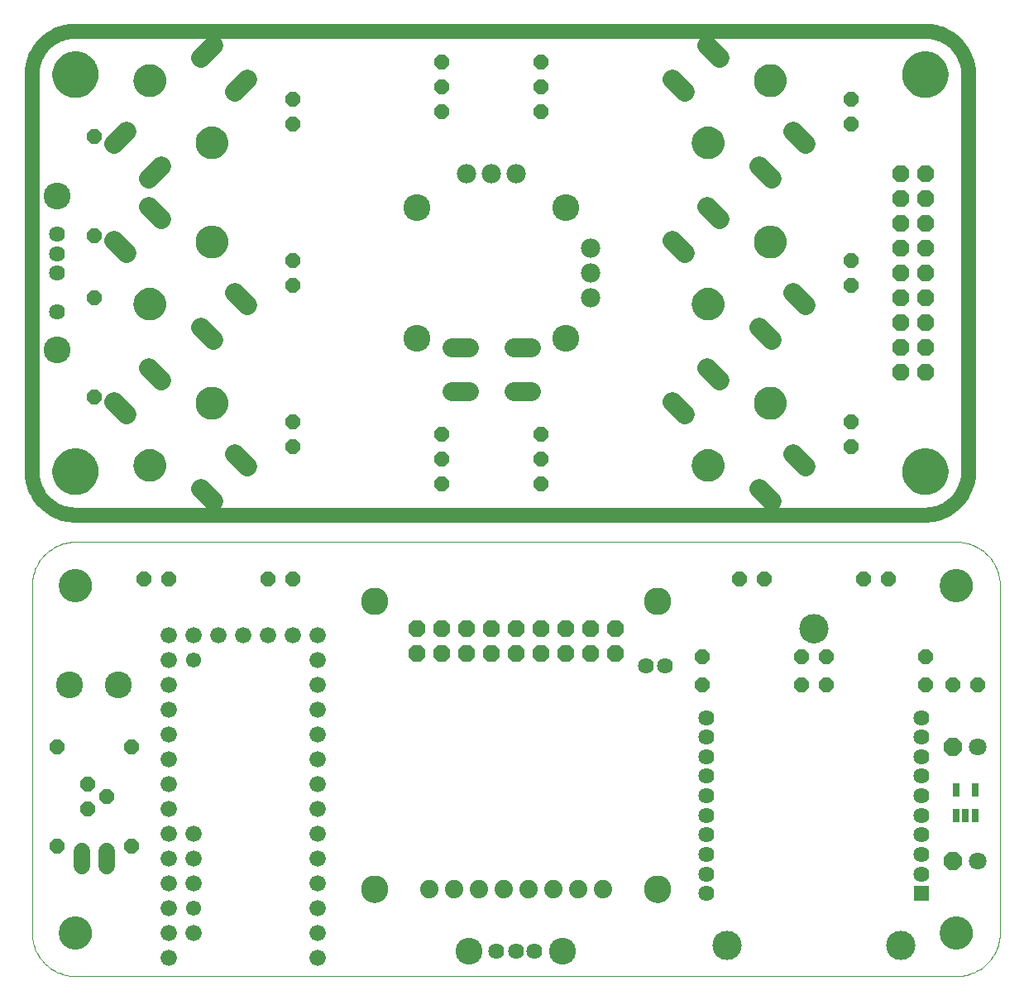
<source format=gts>
%MOIN*%
%OFA0B0*%
%FSLAX24Y24*%
%IPPOS*%
%LPD*%
%AMOC8*
5,1,8,0,0,$1,202.5*%
%AMCOMP50*
4,1,7,
0.012426381797355009,-0.02999993946640063,
-0.012426381797355017,-0.02999993946640063,
-0.02999993946640063,-0.01242638179735501,
-0.02999993946640063,0.012426381797355017,
-0.012426381797355012,0.02999993946640063,
0.012426381797355014,0.02999993946640063,
0.029999939466400626,0.012426381797355028,
0.02999993946640063,-0.012426381797355026,
0*%
%AMCOMP51*
4,1,7,
0.014704551793536759,-0.035499928368574074,
-0.014704551793536767,-0.035499928368574074,
-0.035499928368574074,-0.014704551793536762,
-0.035499928368574074,0.014704551793536766,
-0.014704551793536764,0.035499928368574074,
0.014704551793536764,0.035499928368574074,
0.035499928368574067,0.014704551793536781,
0.035499928368574074,-0.014704551793536776,
0*%
%AMCOMP52*
4,1,7,
0.014083232703669013,-0.033999931395254056,
-0.014083232703669022,-0.033999931395254056,
-0.033999931395254056,-0.014083232703669015,
-0.033999931395254056,0.01408323270366902,
-0.014083232703669018,0.033999931395254049,
0.014083232703669018,0.033999931395254056,
0.033999931395254049,0.014083232703669036,
0.033999931395254049,-0.01408323270366903,
0*%
%AMOC80*
5,1,8,0,0,$1,-67.5*%
%AMCOMP590*
4,1,7,
0.02999993946640063,0.012426381797355014,
0.02999993946640063,-0.01242638179735501,
0.012426381797355017,-0.02999993946640063,
-0.01242638179735501,-0.02999993946640063,
-0.02999993946640063,-0.012426381797355019,
-0.02999993946640063,0.012426381797355009,
-0.012426381797355035,0.029999939466400626,
0.012426381797355019,0.02999993946640063,
0*%
%AMCOMP600*
4,1,7,
0.033999931395254056,0.01408323270366902,
0.033999931395254056,-0.014083232703669015,
0.014083232703669022,-0.033999931395254056,
-0.014083232703669013,-0.033999931395254056,
-0.033999931395254049,-0.014083232703669025,
-0.033999931395254056,0.014083232703669011,
-0.014083232703669043,0.033999931395254049,
0.014083232703669025,0.033999931395254049,
0*%
%ADD10C,0*%
%ADD11C,0.11820000177518591*%
%ADD12C,0.064000000961183579*%
%ADD13R,0.064000000961183579X0.064000000961183579*%
%ADD14C,0.066000000991220553*%
%AMCOMP76*
4,1,7,
0.012426381797355009,-0.02999993946640063,
-0.012426381797355017,-0.02999993946640063,
-0.02999993946640063,-0.01242638179735501,
-0.02999993946640063,0.012426381797355017,
-0.012426381797355012,0.02999993946640063,
0.012426381797355014,0.02999993946640063,
0.029999939466400626,0.012426381797355028,
0.02999993946640063,-0.012426381797355026,
0*%
%ADD15COMP76,0.06*%
%ADD16C,0.0740000011113685*%
%ADD17C,0.11040000165804167*%
%ADD18R,0.02970000044604925X0.055200000829020837*%
%AMCOMP77*
4,1,7,
0.014704551793536759,-0.035499928368574074,
-0.014704551793536767,-0.035499928368574074,
-0.035499928368574074,-0.014704551793536762,
-0.035499928368574074,0.014704551793536766,
-0.014704551793536764,0.035499928368574074,
0.014704551793536764,0.035499928368574074,
0.035499928368574067,0.014704551793536781,
0.035499928368574074,-0.014704551793536776,
0*%
%ADD19COMP77,0.071*%
%ADD20C,0.071000001066313018*%
%ADD21C,0.13400000201247811*%
%ADD22C,0.10800000162199729*%
%AMCOMP78*
4,1,7,
0.014083232703669013,-0.033999931395254056,
-0.014083232703669022,-0.033999931395254056,
-0.033999931395254056,-0.014083232703669015,
-0.033999931395254056,0.01408323270366902,
-0.014083232703669018,0.033999931395254049,
0.014083232703669018,0.033999931395254056,
0.033999931395254049,0.014083232703669036,
0.033999931395254049,-0.01408323270366903,
0*%
%ADD23COMP78,0.068*%
%ADD24C,0.067400001012246455*%
%ADD25C,0.061100000917629946*%
%ADD36C,0*%
%ADD37C,0.10800000162199729*%
%ADD38C,0.078000001171442485*%
%ADD39C,0.078000001171442485*%
%AMCOMP79*
4,1,7,
0.02999993946640063,0.012426381797355014,
0.02999993946640063,-0.01242638179735501,
0.012426381797355017,-0.02999993946640063,
-0.01242638179735501,-0.02999993946640063,
-0.02999993946640063,-0.012426381797355019,
-0.02999993946640063,0.012426381797355009,
-0.012426381797355035,0.029999939466400626,
0.012426381797355019,0.02999993946640063,
0*%
%ADD40COMP79,0.06*%
%ADD41C,0.078500001178951728*%
%ADD42C,0.079000001186460972*%
%ADD43C,0.13400000201247811*%
%ADD44C,0.064000000961183579*%
%AMCOMP80*
4,1,7,
0.033999931395254056,0.01408323270366902,
0.033999931395254056,-0.014083232703669015,
0.014083232703669022,-0.033999931395254056,
-0.014083232703669013,-0.033999931395254056,
-0.033999931395254049,-0.014083232703669025,
-0.033999931395254056,0.014083232703669011,
-0.014083232703669043,0.033999931395254049,
0.014083232703669025,0.033999931395254049,
0*%
%ADD45COMP80,0.068*%
G75*
%LPD*%
D10*
X037345Y017463D02*
X001844Y017463D01*
X002475Y015713D02*
X002473Y015663D01*
X002467Y015613D01*
X002457Y015564D01*
X002443Y015516D01*
X002426Y015469D01*
X002405Y015424D01*
X002380Y015380D01*
X002352Y015339D01*
X002320Y015300D01*
X002286Y015263D01*
X002249Y015229D01*
X002209Y015199D01*
X002167Y015172D01*
X002123Y015148D01*
X002077Y015127D01*
X002030Y015111D01*
X001981Y015098D01*
X001932Y015088D01*
X001882Y015084D01*
X001832Y015083D01*
X001782Y015086D01*
X001733Y015093D01*
X001684Y015104D01*
X001636Y015119D01*
X001590Y015137D01*
X001545Y015159D01*
X001502Y015185D01*
X001461Y015214D01*
X001422Y015245D01*
X001386Y015281D01*
X001354Y015319D01*
X001324Y015359D01*
X001297Y015402D01*
X001274Y015446D01*
X001255Y015491D01*
X001239Y015540D01*
X001227Y015589D01*
X001219Y015638D01*
X001215Y015688D01*
X001215Y015738D01*
X001219Y015788D01*
X001227Y015837D01*
X001239Y015886D01*
X001255Y015934D01*
X001274Y015980D01*
X001297Y016024D01*
X001324Y016067D01*
X001354Y016107D01*
X001386Y016145D01*
X001422Y016180D01*
X001461Y016212D01*
X001502Y016240D01*
X001545Y016267D01*
X001590Y016289D01*
X001636Y016306D01*
X001684Y016322D01*
X001733Y016333D01*
X001782Y016339D01*
X001832Y016343D01*
X001882Y016342D01*
X001932Y016337D01*
X001981Y016328D01*
X002030Y016315D01*
X002077Y016298D01*
X002123Y016277D01*
X002167Y016254D01*
X002209Y016227D01*
X002249Y016197D01*
X002286Y016163D01*
X002320Y016126D01*
X002352Y016087D01*
X002380Y016046D01*
X002405Y016002D01*
X002426Y015956D01*
X002443Y015910D01*
X002457Y015862D01*
X002467Y015813D01*
X002473Y015763D01*
X002475Y015713D01*
X001844Y017463D02*
X001761Y017460D01*
X001678Y017455D01*
X001596Y017445D01*
X001514Y017431D01*
X001432Y017414D01*
X001351Y017392D01*
X001273Y017367D01*
X001195Y017338D01*
X001118Y017305D01*
X001043Y017268D01*
X000970Y017229D01*
X000898Y017185D01*
X000830Y017139D01*
X000763Y017089D01*
X000699Y017036D01*
X000637Y016980D01*
X000578Y016921D01*
X000522Y016859D01*
X000468Y016795D01*
X000419Y016728D01*
X000373Y016659D01*
X000329Y016588D01*
X000290Y016515D01*
X000253Y016440D01*
X000220Y016362D01*
X000191Y016285D01*
X000166Y016206D01*
X000144Y016126D01*
X000127Y016044D01*
X000112Y015962D01*
X000102Y015878D01*
X000097Y015795D01*
X000095Y015713D01*
X000095Y001713D01*
X002475Y001713D02*
X002473Y001662D01*
X002467Y001613D01*
X002457Y001564D01*
X002443Y001516D01*
X002426Y001469D01*
X002405Y001424D01*
X002380Y001380D01*
X002352Y001339D01*
X002320Y001300D01*
X002286Y001263D01*
X002249Y001229D01*
X002209Y001199D01*
X002167Y001172D01*
X002123Y001148D01*
X002077Y001127D01*
X002030Y001111D01*
X001981Y001098D01*
X001932Y001089D01*
X001882Y001084D01*
X001832Y001083D01*
X001782Y001086D01*
X001733Y001093D01*
X001684Y001104D01*
X001636Y001119D01*
X001590Y001137D01*
X001545Y001159D01*
X001502Y001185D01*
X001461Y001214D01*
X001422Y001246D01*
X001386Y001281D01*
X001354Y001319D01*
X001324Y001359D01*
X001297Y001402D01*
X001274Y001446D01*
X001255Y001492D01*
X001239Y001540D01*
X001227Y001589D01*
X001219Y001638D01*
X001215Y001688D01*
X001215Y001738D01*
X001219Y001787D01*
X001227Y001836D01*
X001239Y001886D01*
X001255Y001933D01*
X001274Y001980D01*
X001297Y002024D01*
X001324Y002067D01*
X001354Y002107D01*
X001386Y002145D01*
X001422Y002180D01*
X001461Y002212D01*
X001502Y002241D01*
X001545Y002267D01*
X001590Y002289D01*
X001636Y002307D01*
X001684Y002322D01*
X001733Y002333D01*
X001782Y002340D01*
X001832Y002343D01*
X001882Y002342D01*
X001932Y002337D01*
X001981Y002328D01*
X002030Y002315D01*
X002077Y002299D01*
X002123Y002278D01*
X002167Y002254D01*
X002209Y002227D01*
X002249Y002197D01*
X002286Y002163D01*
X002320Y002126D01*
X002352Y002087D01*
X002380Y002046D01*
X002405Y002002D01*
X002426Y001957D01*
X002443Y001910D01*
X002457Y001862D01*
X002467Y001813D01*
X002473Y001763D01*
X002475Y001713D01*
X001844Y-000036D02*
X001761Y-000034D01*
X001678Y-000027D01*
X001596Y-000018D01*
X001514Y-000004D01*
X001432Y000011D01*
X001351Y000034D01*
X001273Y000059D01*
X001195Y000088D01*
X001118Y000120D01*
X001043Y000158D01*
X000970Y000197D01*
X000898Y000241D01*
X000830Y000287D01*
X000763Y000337D01*
X000699Y000390D01*
X000637Y000445D01*
X000578Y000505D01*
X000522Y000567D01*
X000468Y000631D01*
X000419Y000698D01*
X000373Y000767D01*
X000329Y000838D01*
X000290Y000910D01*
X000253Y000985D01*
X000220Y001063D01*
X000191Y001141D01*
X000166Y001220D01*
X000144Y001300D01*
X000127Y001382D01*
X000112Y001464D01*
X000102Y001547D01*
X000097Y001630D01*
X000095Y001713D01*
X001844Y-000036D02*
X037345Y-000036D01*
X035645Y001213D02*
X035644Y001166D01*
X035637Y001120D01*
X035628Y001074D01*
X035615Y001029D01*
X035597Y000985D01*
X035576Y000944D01*
X035552Y000903D01*
X035524Y000867D01*
X035493Y000831D01*
X035459Y000799D01*
X035423Y000770D01*
X035384Y000743D01*
X035343Y000721D01*
X035300Y000702D01*
X035256Y000686D01*
X035211Y000674D01*
X035165Y000666D01*
X035118Y000662D01*
X035072Y000662D01*
X035025Y000666D01*
X034979Y000674D01*
X034934Y000686D01*
X034890Y000702D01*
X034847Y000721D01*
X034806Y000743D01*
X034767Y000770D01*
X034731Y000799D01*
X034696Y000831D01*
X034666Y000867D01*
X034638Y000903D01*
X034614Y000944D01*
X034592Y000985D01*
X034575Y001029D01*
X034562Y001074D01*
X034552Y001120D01*
X034546Y001166D01*
X034544Y001213D01*
X034546Y001260D01*
X034552Y001306D01*
X034562Y001351D01*
X034575Y001397D01*
X034592Y001440D01*
X034614Y001482D01*
X034638Y001522D01*
X034666Y001559D01*
X034696Y001593D01*
X034731Y001627D01*
X034767Y001655D01*
X034806Y001681D01*
X034847Y001705D01*
X034890Y001723D01*
X034934Y001739D01*
X034979Y001752D01*
X035025Y001760D01*
X035072Y001764D01*
X035118Y001764D01*
X035165Y001760D01*
X035211Y001752D01*
X035256Y001739D01*
X035300Y001723D01*
X035343Y001705D01*
X035384Y001681D01*
X035423Y001655D01*
X035459Y001627D01*
X035493Y001593D01*
X035524Y001559D01*
X035552Y001522D01*
X035576Y001482D01*
X035597Y001440D01*
X035615Y001397D01*
X035628Y001351D01*
X035637Y001306D01*
X035644Y001260D01*
X035645Y001213D01*
X037975Y001713D02*
X037973Y001662D01*
X037967Y001613D01*
X037957Y001564D01*
X037943Y001516D01*
X037926Y001469D01*
X037905Y001424D01*
X037880Y001380D01*
X037852Y001339D01*
X037820Y001300D01*
X037786Y001263D01*
X037749Y001229D01*
X037709Y001199D01*
X037667Y001172D01*
X037623Y001148D01*
X037577Y001127D01*
X037530Y001111D01*
X037482Y001098D01*
X037432Y001089D01*
X037383Y001084D01*
X037332Y001083D01*
X037282Y001086D01*
X037233Y001093D01*
X037184Y001104D01*
X037136Y001119D01*
X037089Y001137D01*
X037045Y001159D01*
X037002Y001185D01*
X036961Y001214D01*
X036922Y001246D01*
X036886Y001281D01*
X036853Y001319D01*
X036824Y001359D01*
X036797Y001402D01*
X036774Y001446D01*
X036755Y001492D01*
X036739Y001540D01*
X036727Y001589D01*
X036719Y001638D01*
X036715Y001688D01*
X036715Y001738D01*
X036719Y001787D01*
X036727Y001836D01*
X036739Y001886D01*
X036755Y001933D01*
X036774Y001980D01*
X036797Y002024D01*
X036824Y002067D01*
X036853Y002107D01*
X036886Y002145D01*
X036922Y002180D01*
X036961Y002212D01*
X037002Y002241D01*
X037045Y002267D01*
X037089Y002289D01*
X037136Y002307D01*
X037184Y002322D01*
X037233Y002333D01*
X037282Y002340D01*
X037332Y002343D01*
X037383Y002342D01*
X037432Y002337D01*
X037482Y002328D01*
X037530Y002315D01*
X037577Y002299D01*
X037623Y002278D01*
X037667Y002254D01*
X037709Y002227D01*
X037749Y002197D01*
X037786Y002163D01*
X037820Y002126D01*
X037852Y002087D01*
X037880Y002046D01*
X037905Y002002D01*
X037926Y001957D01*
X037943Y001910D01*
X037957Y001862D01*
X037967Y001813D01*
X037973Y001763D01*
X037975Y001713D01*
X039095Y001713D02*
X039093Y001630D01*
X039087Y001547D01*
X039077Y001464D01*
X039063Y001382D01*
X039045Y001300D01*
X039024Y001220D01*
X038999Y001141D01*
X038970Y001063D01*
X038937Y000985D01*
X038900Y000910D01*
X038861Y000838D01*
X038817Y000767D01*
X038771Y000698D01*
X038721Y000631D01*
X038668Y000567D01*
X038612Y000505D01*
X038553Y000445D01*
X038491Y000390D01*
X038427Y000337D01*
X038360Y000287D01*
X038291Y000241D01*
X038220Y000197D01*
X038147Y000158D01*
X038072Y000120D01*
X037995Y000088D01*
X037917Y000059D01*
X037837Y000034D01*
X037758Y000011D01*
X037676Y-000004D01*
X037593Y-000018D01*
X037511Y-000027D01*
X037428Y-000034D01*
X037345Y-000036D01*
X039095Y001713D02*
X039095Y015713D01*
X037975Y015713D02*
X037973Y015663D01*
X037967Y015613D01*
X037957Y015564D01*
X037943Y015516D01*
X037926Y015469D01*
X037905Y015424D01*
X037880Y015380D01*
X037852Y015339D01*
X037820Y015300D01*
X037786Y015263D01*
X037749Y015229D01*
X037709Y015199D01*
X037667Y015172D01*
X037623Y015148D01*
X037577Y015127D01*
X037530Y015111D01*
X037482Y015098D01*
X037432Y015088D01*
X037383Y015084D01*
X037332Y015083D01*
X037282Y015086D01*
X037233Y015093D01*
X037184Y015104D01*
X037136Y015119D01*
X037089Y015137D01*
X037045Y015159D01*
X037002Y015185D01*
X036961Y015214D01*
X036922Y015245D01*
X036886Y015281D01*
X036853Y015319D01*
X036824Y015359D01*
X036797Y015402D01*
X036774Y015446D01*
X036755Y015491D01*
X036739Y015540D01*
X036727Y015589D01*
X036719Y015638D01*
X036715Y015688D01*
X036715Y015738D01*
X036719Y015788D01*
X036727Y015837D01*
X036739Y015886D01*
X036755Y015934D01*
X036774Y015980D01*
X036797Y016024D01*
X036824Y016067D01*
X036853Y016107D01*
X036886Y016145D01*
X036922Y016180D01*
X036961Y016212D01*
X037002Y016240D01*
X037045Y016267D01*
X037089Y016289D01*
X037136Y016306D01*
X037184Y016322D01*
X037233Y016333D01*
X037282Y016339D01*
X037332Y016343D01*
X037383Y016342D01*
X037432Y016337D01*
X037482Y016328D01*
X037530Y016315D01*
X037577Y016298D01*
X037623Y016277D01*
X037667Y016254D01*
X037709Y016227D01*
X037749Y016197D01*
X037786Y016163D01*
X037820Y016126D01*
X037852Y016087D01*
X037880Y016046D01*
X037905Y016002D01*
X037926Y015956D01*
X037943Y015910D01*
X037957Y015862D01*
X037967Y015813D01*
X037973Y015763D01*
X037975Y015713D01*
X039095Y015713D02*
X039093Y015795D01*
X039087Y015878D01*
X039077Y015962D01*
X039063Y016044D01*
X039045Y016126D01*
X039024Y016206D01*
X038999Y016285D01*
X038970Y016362D01*
X038937Y016440D01*
X038900Y016515D01*
X038861Y016588D01*
X038817Y016659D01*
X038771Y016728D01*
X038721Y016795D01*
X038668Y016859D01*
X038612Y016921D01*
X038553Y016980D01*
X038491Y017036D01*
X038427Y017089D01*
X038360Y017139D01*
X038291Y017185D01*
X038220Y017229D01*
X038147Y017268D01*
X038072Y017305D01*
X037995Y017338D01*
X037917Y017367D01*
X037837Y017392D01*
X037758Y017414D01*
X037676Y017431D01*
X037593Y017445D01*
X037511Y017455D01*
X037428Y017460D01*
X037345Y017463D01*
X032146Y013963D02*
X032144Y013915D01*
X032138Y013870D01*
X032128Y013824D01*
X032115Y013778D01*
X032097Y013735D01*
X032075Y013694D01*
X032052Y013654D01*
X032024Y013617D01*
X031993Y013582D01*
X031959Y013549D01*
X031923Y013520D01*
X031884Y013493D01*
X031843Y013471D01*
X031800Y013452D01*
X031756Y013435D01*
X031711Y013423D01*
X031664Y013415D01*
X031618Y013412D01*
X031572Y013412D01*
X031525Y013415D01*
X031479Y013423D01*
X031434Y013435D01*
X031389Y013452D01*
X031347Y013471D01*
X031306Y013493D01*
X031267Y013520D01*
X031231Y013549D01*
X031196Y013582D01*
X031166Y013617D01*
X031138Y013654D01*
X031114Y013694D01*
X031093Y013735D01*
X031075Y013778D01*
X031062Y013824D01*
X031052Y013870D01*
X031046Y013915D01*
X031044Y013963D01*
X031046Y014010D01*
X031052Y014056D01*
X031062Y014101D01*
X031075Y014147D01*
X031093Y014190D01*
X031114Y014232D01*
X031138Y014271D01*
X031166Y014309D01*
X031196Y014343D01*
X031231Y014377D01*
X031267Y014406D01*
X031306Y014432D01*
X031347Y014455D01*
X031389Y014474D01*
X031434Y014490D01*
X031479Y014502D01*
X031525Y014510D01*
X031572Y014513D01*
X031618Y014513D01*
X031664Y014510D01*
X031711Y014502D01*
X031756Y014490D01*
X031800Y014474D01*
X031843Y014455D01*
X031884Y014432D01*
X031923Y014406D01*
X031959Y014377D01*
X031993Y014343D01*
X032024Y014309D01*
X032052Y014271D01*
X032075Y014232D01*
X032097Y014190D01*
X032115Y014147D01*
X032128Y014101D01*
X032138Y014056D01*
X032144Y014010D01*
X032146Y013963D01*
X025816Y015077D02*
X025814Y015032D01*
X025808Y014988D01*
X025798Y014943D01*
X025785Y014902D01*
X025767Y014861D01*
X025747Y014821D01*
X025722Y014783D01*
X025696Y014748D01*
X025666Y014715D01*
X025633Y014685D01*
X025598Y014658D01*
X025560Y014634D01*
X025519Y014613D01*
X025479Y014596D01*
X025437Y014581D01*
X025393Y014573D01*
X025349Y014567D01*
X025304Y014564D01*
X025259Y014567D01*
X025215Y014573D01*
X025171Y014581D01*
X025129Y014596D01*
X025088Y014613D01*
X025048Y014634D01*
X025010Y014658D01*
X024975Y014685D01*
X024942Y014715D01*
X024912Y014748D01*
X024885Y014783D01*
X024861Y014821D01*
X024840Y014861D01*
X024823Y014902D01*
X024809Y014943D01*
X024800Y014988D01*
X024794Y015032D01*
X024792Y015077D01*
X024794Y015121D01*
X024800Y015166D01*
X024809Y015209D01*
X024823Y015251D01*
X024840Y015293D01*
X024861Y015332D01*
X024885Y015371D01*
X024912Y015406D01*
X024942Y015439D01*
X024975Y015469D01*
X025010Y015496D01*
X025048Y015520D01*
X025088Y015541D01*
X025129Y015558D01*
X025171Y015572D01*
X025215Y015581D01*
X025259Y015587D01*
X025304Y015589D01*
X025349Y015587D01*
X025393Y015581D01*
X025437Y015572D01*
X025479Y015558D01*
X025519Y015541D01*
X025560Y015520D01*
X025598Y015496D01*
X025633Y015469D01*
X025666Y015439D01*
X025696Y015406D01*
X025722Y015371D01*
X025747Y015332D01*
X025767Y015293D01*
X025785Y015251D01*
X025798Y015209D01*
X025808Y015166D01*
X025814Y015121D01*
X025816Y015077D01*
X014399Y015077D02*
X014397Y015032D01*
X014391Y014988D01*
X014382Y014943D01*
X014368Y014902D01*
X014351Y014861D01*
X014330Y014821D01*
X014306Y014783D01*
X014279Y014748D01*
X014249Y014715D01*
X014215Y014685D01*
X014181Y014658D01*
X014142Y014634D01*
X014103Y014613D01*
X014061Y014596D01*
X014020Y014581D01*
X013975Y014573D01*
X013932Y014567D01*
X013887Y014564D01*
X013842Y014567D01*
X013797Y014573D01*
X013754Y014581D01*
X013712Y014596D01*
X013671Y014613D01*
X013631Y014634D01*
X013593Y014658D01*
X013557Y014685D01*
X013525Y014715D01*
X013495Y014748D01*
X013468Y014783D01*
X013444Y014821D01*
X013423Y014861D01*
X013406Y014902D01*
X013392Y014943D01*
X013383Y014988D01*
X013376Y015032D01*
X013375Y015077D01*
X013376Y015121D01*
X013383Y015166D01*
X013392Y015209D01*
X013406Y015251D01*
X013423Y015293D01*
X013444Y015332D01*
X013468Y015371D01*
X013495Y015406D01*
X013525Y015439D01*
X013557Y015469D01*
X013593Y015496D01*
X013631Y015520D01*
X013671Y015541D01*
X013712Y015558D01*
X013754Y015572D01*
X013797Y015581D01*
X013842Y015587D01*
X013887Y015589D01*
X013932Y015587D01*
X013975Y015581D01*
X014020Y015572D01*
X014061Y015558D01*
X014103Y015541D01*
X014142Y015520D01*
X014181Y015496D01*
X014215Y015469D01*
X014249Y015439D01*
X014279Y015406D01*
X014306Y015371D01*
X014330Y015332D01*
X014351Y015293D01*
X014368Y015251D01*
X014382Y015209D01*
X014391Y015166D01*
X014397Y015121D01*
X014399Y015077D01*
X014399Y003462D02*
X014397Y003417D01*
X014391Y003373D01*
X014382Y003330D01*
X014368Y003288D01*
X014351Y003247D01*
X014330Y003207D01*
X014306Y003169D01*
X014279Y003134D01*
X014249Y003101D01*
X014215Y003071D01*
X014181Y003044D01*
X014142Y003020D01*
X014103Y002999D01*
X014061Y002982D01*
X014020Y002968D01*
X013975Y002959D01*
X013932Y002953D01*
X013887Y002950D01*
X013842Y002953D01*
X013797Y002959D01*
X013754Y002968D01*
X013712Y002982D01*
X013671Y002999D01*
X013631Y003020D01*
X013593Y003044D01*
X013557Y003071D01*
X013525Y003101D01*
X013495Y003134D01*
X013468Y003169D01*
X013444Y003207D01*
X013423Y003247D01*
X013406Y003288D01*
X013392Y003330D01*
X013383Y003373D01*
X013376Y003417D01*
X013375Y003462D01*
X013376Y003507D01*
X013383Y003552D01*
X013392Y003595D01*
X013406Y003638D01*
X013423Y003679D01*
X013444Y003719D01*
X013468Y003757D01*
X013495Y003792D01*
X013525Y003825D01*
X013557Y003855D01*
X013593Y003882D01*
X013631Y003906D01*
X013671Y003927D01*
X013712Y003943D01*
X013754Y003958D01*
X013797Y003967D01*
X013842Y003973D01*
X013887Y003975D01*
X013932Y003973D01*
X013975Y003967D01*
X014020Y003958D01*
X014061Y003943D01*
X014103Y003927D01*
X014142Y003906D01*
X014181Y003882D01*
X014215Y003855D01*
X014249Y003825D01*
X014279Y003792D01*
X014306Y003757D01*
X014330Y003719D01*
X014351Y003679D01*
X014368Y003638D01*
X014382Y003595D01*
X014391Y003552D01*
X014397Y003507D01*
X014399Y003462D01*
X025816Y003462D02*
X025814Y003417D01*
X025808Y003373D01*
X025798Y003330D01*
X025785Y003288D01*
X025767Y003247D01*
X025747Y003207D01*
X025722Y003169D01*
X025696Y003134D01*
X025666Y003101D01*
X025633Y003071D01*
X025598Y003044D01*
X025560Y003020D01*
X025519Y002999D01*
X025479Y002982D01*
X025437Y002968D01*
X025393Y002959D01*
X025349Y002953D01*
X025304Y002950D01*
X025259Y002953D01*
X025215Y002959D01*
X025171Y002968D01*
X025129Y002982D01*
X025088Y002999D01*
X025048Y003020D01*
X025010Y003044D01*
X024975Y003071D01*
X024942Y003101D01*
X024912Y003134D01*
X024885Y003169D01*
X024861Y003207D01*
X024840Y003247D01*
X024823Y003288D01*
X024809Y003330D01*
X024800Y003373D01*
X024794Y003417D01*
X024792Y003462D01*
X024794Y003507D01*
X024800Y003552D01*
X024809Y003595D01*
X024823Y003638D01*
X024840Y003679D01*
X024861Y003719D01*
X024885Y003757D01*
X024912Y003792D01*
X024942Y003825D01*
X024975Y003855D01*
X025010Y003882D01*
X025048Y003906D01*
X025088Y003927D01*
X025129Y003943D01*
X025171Y003958D01*
X025215Y003967D01*
X025259Y003973D01*
X025304Y003975D01*
X025349Y003973D01*
X025393Y003967D01*
X025437Y003958D01*
X025479Y003943D01*
X025519Y003927D01*
X025560Y003906D01*
X025598Y003882D01*
X025633Y003855D01*
X025666Y003825D01*
X025696Y003792D01*
X025722Y003757D01*
X025747Y003719D01*
X025767Y003679D01*
X025785Y003638D01*
X025798Y003595D01*
X025808Y003552D01*
X025814Y003507D01*
X025816Y003462D01*
X028645Y001213D02*
X028644Y001166D01*
X028638Y001120D01*
X028628Y001074D01*
X028615Y001029D01*
X028597Y000985D01*
X028576Y000944D01*
X028551Y000903D01*
X028524Y000867D01*
X028493Y000831D01*
X028459Y000799D01*
X028423Y000770D01*
X028384Y000743D01*
X028343Y000721D01*
X028299Y000702D01*
X028256Y000686D01*
X028211Y000674D01*
X028165Y000666D01*
X028118Y000662D01*
X028071Y000662D01*
X028024Y000666D01*
X027979Y000674D01*
X027934Y000686D01*
X027890Y000702D01*
X027847Y000721D01*
X027806Y000743D01*
X027767Y000770D01*
X027731Y000799D01*
X027697Y000831D01*
X027666Y000867D01*
X027638Y000903D01*
X027614Y000944D01*
X027593Y000985D01*
X027575Y001029D01*
X027562Y001074D01*
X027552Y001120D01*
X027546Y001166D01*
X027544Y001213D01*
X027546Y001260D01*
X027552Y001306D01*
X027562Y001351D01*
X027575Y001397D01*
X027593Y001440D01*
X027614Y001482D01*
X027638Y001522D01*
X027666Y001559D01*
X027697Y001593D01*
X027731Y001627D01*
X027767Y001655D01*
X027806Y001681D01*
X027847Y001705D01*
X027890Y001723D01*
X027934Y001739D01*
X027979Y001752D01*
X028024Y001760D01*
X028071Y001764D01*
X028118Y001764D01*
X028165Y001760D01*
X028211Y001752D01*
X028256Y001739D01*
X028299Y001723D01*
X028343Y001705D01*
X028384Y001681D01*
X028423Y001655D01*
X028459Y001627D01*
X028493Y001593D01*
X028524Y001559D01*
X028551Y001522D01*
X028576Y001482D01*
X028597Y001440D01*
X028615Y001397D01*
X028628Y001351D01*
X028638Y001306D01*
X028644Y001260D01*
X028645Y001213D01*
D11*
X028095Y001213D03*
X035095Y001213D03*
X031595Y013963D03*
D12*
X025614Y012463D03*
X024827Y012463D03*
X027265Y010384D03*
X027265Y009597D03*
X027265Y008809D03*
X027265Y008022D03*
X027265Y007235D03*
X027265Y006447D03*
X027265Y005659D03*
X027265Y004872D03*
X027265Y004084D03*
X027265Y003296D03*
X020343Y000963D03*
X019595Y000963D03*
X018808Y000963D03*
X035926Y004084D03*
X035926Y004872D03*
X035926Y005659D03*
X035926Y006447D03*
X035926Y007235D03*
X035926Y008022D03*
X035926Y008809D03*
X035926Y009597D03*
X035926Y010384D03*
D13*
X035926Y003296D03*
D14*
X011595Y003713D03*
X011595Y004713D03*
X011595Y005713D03*
X011595Y006712D03*
X011595Y007712D03*
X011595Y008713D03*
X011595Y009713D03*
X011595Y010713D03*
X011595Y011713D03*
X011595Y012713D03*
X011595Y013713D03*
X010595Y013713D03*
X009595Y013713D03*
X008595Y013713D03*
X007594Y013713D03*
X006594Y013713D03*
X005595Y013713D03*
X005595Y012713D03*
X005595Y011713D03*
X005595Y010713D03*
X005595Y009713D03*
X005595Y008713D03*
X005595Y007712D03*
X005595Y006712D03*
X005595Y005713D03*
X006594Y005713D03*
X006594Y004713D03*
X005595Y004713D03*
X005595Y003713D03*
X006594Y003713D03*
X005595Y002713D03*
X005595Y001713D03*
X006594Y001713D03*
X005595Y000713D03*
X011595Y000713D03*
X011595Y001713D03*
X011595Y002713D03*
D15*
X004094Y005213D03*
X002345Y006712D03*
X003095Y007213D03*
X002345Y007712D03*
X001095Y009213D03*
X004094Y009213D03*
X001095Y005213D03*
X004595Y015963D03*
X005595Y015963D03*
X009595Y015963D03*
X010595Y015963D03*
X027094Y012838D03*
X027094Y011713D03*
X031095Y011713D03*
X032095Y011713D03*
X032095Y012838D03*
X031095Y012838D03*
X036095Y012838D03*
X036095Y011713D03*
X037220Y011713D03*
X038220Y011713D03*
X034595Y015963D03*
X033595Y015963D03*
X029594Y015963D03*
X028595Y015963D03*
D16*
X023095Y003462D03*
X022094Y003462D03*
X021095Y003462D03*
X020095Y003462D03*
X019094Y003462D03*
X018095Y003462D03*
X017094Y003462D03*
X016095Y003462D03*
D17*
X013887Y003462D03*
X025304Y003462D03*
X025304Y015077D03*
X013887Y015077D03*
D18*
X037345Y007475D03*
X038094Y007475D03*
X038094Y006451D03*
X037720Y006451D03*
X037345Y006451D03*
D19*
X037220Y004588D03*
X037220Y009213D03*
D20*
X038220Y009213D03*
X038220Y004588D03*
D21*
X037345Y001713D03*
X037345Y015713D03*
X001844Y015713D03*
X001844Y001713D03*
D22*
X017706Y000963D03*
X021485Y000963D03*
X003580Y011713D03*
X001610Y011713D03*
D23*
X015595Y012963D03*
X016595Y012963D03*
X017595Y012963D03*
X018595Y012963D03*
X019595Y012963D03*
X020595Y012963D03*
X021595Y012963D03*
X022595Y012963D03*
X023595Y012963D03*
X023595Y013963D03*
X022595Y013963D03*
X021595Y013963D03*
X020595Y013963D03*
X019595Y013963D03*
X018595Y013963D03*
X017595Y013963D03*
X016595Y013963D03*
X015595Y013963D03*
D24*
X003095Y005010D02*
X003095Y004416D01*
X002095Y004416D02*
X002095Y005010D01*
D25*
X006594Y002713D03*
X006594Y012713D03*
G04 next file*
%LPD*%
G75*
G04 skipping 70
D36*
X001843Y038048D02*
X036093Y038048D01*
X036093Y036928D02*
X036143Y036926D01*
X036193Y036920D01*
X036242Y036910D01*
X036290Y036896D01*
X036337Y036879D01*
X036381Y036857D01*
X036426Y036833D01*
X036467Y036805D01*
X036505Y036772D01*
X036543Y036739D01*
X036577Y036702D01*
X036607Y036662D01*
X036634Y036620D01*
X036658Y036576D01*
X036679Y036530D01*
X036695Y036483D01*
X036708Y036435D01*
X036717Y036385D01*
X036722Y036336D01*
X036723Y036284D01*
X036720Y036235D01*
X036713Y036186D01*
X036702Y036137D01*
X036687Y036089D01*
X036669Y036043D01*
X036647Y035998D01*
X036621Y035955D01*
X036592Y035914D01*
X036560Y035875D01*
X036524Y035839D01*
X036487Y035807D01*
X036447Y035777D01*
X036404Y035750D01*
X036360Y035727D01*
X036314Y035708D01*
X036266Y035692D01*
X036217Y035680D01*
X036168Y035672D01*
X036118Y035668D01*
X036068Y035668D01*
X036017Y035672D01*
X035969Y035680D01*
X035920Y035692D01*
X035872Y035708D01*
X035826Y035727D01*
X035782Y035750D01*
X035739Y035777D01*
X035699Y035807D01*
X035661Y035839D01*
X035626Y035875D01*
X035594Y035914D01*
X035565Y035955D01*
X035539Y035998D01*
X035517Y036043D01*
X035499Y036089D01*
X035484Y036137D01*
X035473Y036186D01*
X035466Y036235D01*
X035463Y036284D01*
X035464Y036336D01*
X035469Y036385D01*
X035478Y036435D01*
X035491Y036483D01*
X035507Y036530D01*
X035528Y036576D01*
X035552Y036620D01*
X035579Y036662D01*
X035609Y036702D01*
X035643Y036739D01*
X035680Y036772D01*
X035719Y036805D01*
X035760Y036833D01*
X035804Y036857D01*
X035849Y036879D01*
X035896Y036896D01*
X035944Y036910D01*
X035993Y036920D01*
X036043Y036926D01*
X036093Y036928D01*
X036093Y038048D02*
X036176Y038046D01*
X036259Y038040D01*
X036342Y038030D01*
X036424Y038016D01*
X036505Y037999D01*
X036586Y037977D01*
X036665Y037952D01*
X036743Y037923D01*
X036820Y037890D01*
X036895Y037853D01*
X036968Y037814D01*
X037039Y037770D01*
X037108Y037724D01*
X037175Y037674D01*
X037239Y037621D01*
X037301Y037565D01*
X037360Y037506D01*
X037416Y037444D01*
X037469Y037380D01*
X037519Y037313D01*
X037565Y037244D01*
X037609Y037173D01*
X037648Y037100D01*
X037685Y037025D01*
X037717Y036948D01*
X037747Y036869D01*
X037772Y036791D01*
X037794Y036711D01*
X037811Y036629D01*
X037825Y036547D01*
X037835Y036464D01*
X037841Y036381D01*
X037843Y036298D01*
X037843Y020298D01*
X036093Y020928D02*
X036143Y020926D01*
X036193Y020920D01*
X036242Y020910D01*
X036290Y020896D01*
X036337Y020879D01*
X036381Y020858D01*
X036426Y020833D01*
X036467Y020804D01*
X036505Y020773D01*
X036543Y020739D01*
X036577Y020702D01*
X036607Y020661D01*
X036634Y020620D01*
X036658Y020576D01*
X036679Y020530D01*
X036695Y020482D01*
X036708Y020435D01*
X036717Y020385D01*
X036722Y020336D01*
X036723Y020285D01*
X036720Y020235D01*
X036713Y020186D01*
X036702Y020137D01*
X036687Y020089D01*
X036669Y020043D01*
X036647Y019998D01*
X036621Y019955D01*
X036592Y019914D01*
X036560Y019875D01*
X036524Y019839D01*
X036487Y019807D01*
X036447Y019777D01*
X036404Y019750D01*
X036360Y019727D01*
X036314Y019708D01*
X036266Y019692D01*
X036217Y019680D01*
X036168Y019672D01*
X036118Y019668D01*
X036068Y019668D01*
X036017Y019672D01*
X035969Y019680D01*
X035920Y019692D01*
X035872Y019708D01*
X035826Y019727D01*
X035782Y019750D01*
X035739Y019777D01*
X035699Y019807D01*
X035661Y019839D01*
X035626Y019875D01*
X035594Y019914D01*
X035565Y019955D01*
X035539Y019998D01*
X035517Y020043D01*
X035499Y020089D01*
X035484Y020137D01*
X035473Y020186D01*
X035466Y020235D01*
X035463Y020285D01*
X035464Y020336D01*
X035469Y020385D01*
X035478Y020435D01*
X035491Y020482D01*
X035507Y020530D01*
X035528Y020576D01*
X035552Y020620D01*
X035579Y020661D01*
X035609Y020702D01*
X035643Y020739D01*
X035680Y020773D01*
X035719Y020804D01*
X035760Y020833D01*
X035804Y020858D01*
X035849Y020879D01*
X035896Y020896D01*
X035944Y020910D01*
X035993Y020920D01*
X036043Y020926D01*
X036093Y020928D01*
X037843Y020298D02*
X037841Y020215D01*
X037835Y020132D01*
X037825Y020049D01*
X037811Y019967D01*
X037794Y019884D01*
X037772Y019805D01*
X037747Y019726D01*
X037717Y019648D01*
X037685Y019571D01*
X037648Y019496D01*
X037609Y019423D01*
X037565Y019352D01*
X037519Y019282D01*
X037469Y019216D01*
X037416Y019152D01*
X037360Y019090D01*
X037301Y019030D01*
X037239Y018974D01*
X037175Y018922D01*
X037108Y018872D01*
X037039Y018826D01*
X036968Y018782D01*
X036895Y018743D01*
X036820Y018706D01*
X036743Y018672D01*
X036665Y018644D01*
X036586Y018619D01*
X036505Y018597D01*
X036424Y018580D01*
X036342Y018566D01*
X036259Y018556D01*
X036176Y018550D01*
X036093Y018548D01*
X001843Y018548D01*
X001843Y020928D02*
X001893Y020926D01*
X001943Y020920D01*
X001991Y020910D01*
X002039Y020896D01*
X002087Y020879D01*
X002132Y020858D01*
X002176Y020833D01*
X002217Y020804D01*
X002256Y020773D01*
X002293Y020739D01*
X002327Y020702D01*
X002357Y020661D01*
X002384Y020620D01*
X002408Y020576D01*
X002429Y020530D01*
X002445Y020482D01*
X002458Y020435D01*
X002467Y020385D01*
X002472Y020336D01*
X002473Y020285D01*
X002470Y020235D01*
X002463Y020186D01*
X002452Y020137D01*
X002437Y020089D01*
X002419Y020043D01*
X002397Y019998D01*
X002371Y019955D01*
X002342Y019914D01*
X002310Y019875D01*
X002275Y019839D01*
X002237Y019807D01*
X002197Y019777D01*
X002154Y019750D01*
X002110Y019727D01*
X002064Y019708D01*
X002016Y019692D01*
X001967Y019680D01*
X001918Y019672D01*
X001867Y019668D01*
X001818Y019668D01*
X001768Y019672D01*
X001719Y019680D01*
X001669Y019692D01*
X001622Y019708D01*
X001576Y019727D01*
X001532Y019750D01*
X001489Y019777D01*
X001449Y019807D01*
X001411Y019839D01*
X001376Y019875D01*
X001344Y019914D01*
X001315Y019955D01*
X001288Y019998D01*
X001267Y020043D01*
X001249Y020089D01*
X001234Y020137D01*
X001223Y020186D01*
X001216Y020235D01*
X001213Y020285D01*
X001214Y020336D01*
X001219Y020385D01*
X001228Y020435D01*
X001241Y020482D01*
X001257Y020530D01*
X001278Y020576D01*
X001302Y020620D01*
X001329Y020661D01*
X001359Y020702D01*
X001393Y020739D01*
X001429Y020773D01*
X001469Y020804D01*
X001510Y020833D01*
X001554Y020858D01*
X001598Y020879D01*
X001646Y020896D01*
X001693Y020910D01*
X001743Y020920D01*
X001792Y020926D01*
X001843Y020928D01*
X000092Y020298D02*
X000095Y020215D01*
X000101Y020132D01*
X000111Y020049D01*
X000125Y019967D01*
X000142Y019884D01*
X000164Y019805D01*
X000189Y019726D01*
X000218Y019648D01*
X000251Y019571D01*
X000288Y019496D01*
X000327Y019423D01*
X000371Y019352D01*
X000417Y019282D01*
X000466Y019216D01*
X000520Y019152D01*
X000576Y019090D01*
X000635Y019030D01*
X000697Y018974D01*
X000761Y018922D01*
X000827Y018872D01*
X000897Y018826D01*
X000967Y018782D01*
X001041Y018743D01*
X001116Y018706D01*
X001193Y018672D01*
X001271Y018644D01*
X001350Y018619D01*
X001429Y018597D01*
X001512Y018580D01*
X001593Y018566D01*
X001676Y018556D01*
X001760Y018550D01*
X001843Y018548D01*
X000092Y020298D02*
X000092Y036298D01*
X001843Y036928D02*
X001893Y036926D01*
X001943Y036920D01*
X001991Y036910D01*
X002039Y036896D01*
X002087Y036879D01*
X002132Y036857D01*
X002176Y036833D01*
X002217Y036805D01*
X002256Y036772D01*
X002293Y036739D01*
X002327Y036702D01*
X002357Y036662D01*
X002384Y036620D01*
X002408Y036576D01*
X002429Y036530D01*
X002445Y036483D01*
X002458Y036435D01*
X002467Y036385D01*
X002472Y036336D01*
X002473Y036284D01*
X002470Y036235D01*
X002463Y036186D01*
X002452Y036137D01*
X002437Y036089D01*
X002419Y036043D01*
X002397Y035998D01*
X002371Y035955D01*
X002342Y035914D01*
X002310Y035875D01*
X002275Y035839D01*
X002237Y035807D01*
X002197Y035777D01*
X002154Y035750D01*
X002110Y035727D01*
X002064Y035708D01*
X002016Y035692D01*
X001967Y035680D01*
X001918Y035672D01*
X001867Y035668D01*
X001818Y035668D01*
X001768Y035672D01*
X001719Y035680D01*
X001669Y035692D01*
X001622Y035708D01*
X001576Y035727D01*
X001532Y035750D01*
X001489Y035777D01*
X001449Y035807D01*
X001411Y035839D01*
X001376Y035875D01*
X001344Y035914D01*
X001315Y035955D01*
X001288Y035998D01*
X001267Y036043D01*
X001249Y036089D01*
X001234Y036137D01*
X001223Y036186D01*
X001216Y036235D01*
X001213Y036284D01*
X001214Y036336D01*
X001219Y036385D01*
X001228Y036435D01*
X001241Y036483D01*
X001257Y036530D01*
X001278Y036576D01*
X001302Y036620D01*
X001329Y036662D01*
X001359Y036702D01*
X001393Y036739D01*
X001429Y036772D01*
X001469Y036805D01*
X001510Y036833D01*
X001554Y036857D01*
X001598Y036879D01*
X001646Y036896D01*
X001693Y036910D01*
X001743Y036920D01*
X001792Y036926D01*
X001843Y036928D01*
X001843Y038048D02*
X001760Y038046D01*
X001676Y038040D01*
X001593Y038030D01*
X001512Y038016D01*
X001429Y037999D01*
X001350Y037977D01*
X001271Y037952D01*
X001193Y037923D01*
X001116Y037890D01*
X001041Y037853D01*
X000967Y037814D01*
X000897Y037770D01*
X000827Y037724D01*
X000761Y037674D01*
X000697Y037621D01*
X000635Y037565D01*
X000576Y037506D01*
X000520Y037444D01*
X000466Y037380D01*
X000417Y037313D01*
X000371Y037244D01*
X000327Y037173D01*
X000288Y037100D01*
X000251Y037025D01*
X000218Y036948D01*
X000189Y036869D01*
X000164Y036791D01*
X000142Y036711D01*
X000125Y036629D01*
X000111Y036547D01*
X000101Y036464D01*
X000095Y036381D01*
X000092Y036298D01*
X004841Y036404D02*
X004878Y036403D01*
X004915Y036397D01*
X004951Y036388D01*
X004985Y036373D01*
X005018Y036357D01*
X005050Y036337D01*
X005079Y036314D01*
X005104Y036288D01*
X005128Y036259D01*
X005148Y036228D01*
X005165Y036194D01*
X005179Y036160D01*
X005188Y036124D01*
X005194Y036087D01*
X005195Y036050D01*
X005194Y036013D01*
X005188Y035976D01*
X005179Y035940D01*
X005165Y035906D01*
X005148Y035873D01*
X005128Y035841D01*
X005104Y035812D01*
X005079Y035786D01*
X005050Y035763D01*
X005019Y035743D01*
X004985Y035726D01*
X004951Y035712D01*
X004915Y035703D01*
X004878Y035697D01*
X004841Y035695D01*
X004804Y035697D01*
X004767Y035703D01*
X004731Y035712D01*
X004697Y035726D01*
X004664Y035743D01*
X004632Y035763D01*
X004603Y035786D01*
X004577Y035812D01*
X004554Y035841D01*
X004534Y035872D01*
X004517Y035906D01*
X004503Y035940D01*
X004494Y035976D01*
X004488Y036013D01*
X004486Y036050D01*
X004488Y036087D01*
X004494Y036124D01*
X004503Y036160D01*
X004517Y036194D01*
X004534Y036227D01*
X004554Y036259D01*
X004577Y036288D01*
X004603Y036314D01*
X004632Y036337D01*
X004663Y036357D01*
X004697Y036373D01*
X004731Y036388D01*
X004767Y036397D01*
X004804Y036403D01*
X004841Y036404D01*
X007344Y033901D02*
X007380Y033899D01*
X007418Y033893D01*
X007453Y033884D01*
X007488Y033870D01*
X007521Y033852D01*
X007553Y033833D01*
X007582Y033810D01*
X007608Y033784D01*
X007631Y033755D01*
X007651Y033724D01*
X007668Y033690D01*
X007682Y033656D01*
X007691Y033620D01*
X007697Y033583D01*
X007699Y033546D01*
X007697Y033509D01*
X007691Y033472D01*
X007682Y033436D01*
X007668Y033402D01*
X007651Y033368D01*
X007631Y033337D01*
X007608Y033308D01*
X007582Y033282D01*
X007553Y033259D01*
X007522Y033239D01*
X007488Y033221D01*
X007453Y033208D01*
X007418Y033199D01*
X007380Y033193D01*
X007344Y033191D01*
X007307Y033193D01*
X007270Y033199D01*
X007234Y033208D01*
X007199Y033221D01*
X007166Y033239D01*
X007135Y033259D01*
X007105Y033282D01*
X007079Y033308D01*
X007057Y033337D01*
X007037Y033368D01*
X007019Y033402D01*
X007006Y033436D01*
X006997Y033472D01*
X006991Y033509D01*
X006988Y033546D01*
X006991Y033583D01*
X006997Y033620D01*
X007006Y033656D01*
X007019Y033690D01*
X007037Y033723D01*
X007057Y033755D01*
X007079Y033784D01*
X007105Y033810D01*
X007135Y033833D01*
X007165Y033852D01*
X007199Y033870D01*
X007234Y033884D01*
X007270Y033893D01*
X007307Y033899D01*
X007344Y033901D01*
X007344Y029905D02*
X007380Y029903D01*
X007418Y029897D01*
X007453Y029887D01*
X007488Y029874D01*
X007521Y029856D01*
X007553Y029836D01*
X007582Y029814D01*
X007608Y029788D01*
X007631Y029759D01*
X007651Y029728D01*
X007668Y029693D01*
X007682Y029660D01*
X007691Y029624D01*
X007697Y029587D01*
X007699Y029550D01*
X007697Y029512D01*
X007691Y029476D01*
X007682Y029440D01*
X007668Y029406D01*
X007651Y029372D01*
X007631Y029341D01*
X007608Y029312D01*
X007582Y029286D01*
X007553Y029263D01*
X007522Y029243D01*
X007488Y029226D01*
X007453Y029211D01*
X007418Y029203D01*
X007380Y029197D01*
X007344Y029195D01*
X007307Y029197D01*
X007270Y029203D01*
X007234Y029211D01*
X007199Y029226D01*
X007166Y029243D01*
X007135Y029263D01*
X007105Y029286D01*
X007079Y029312D01*
X007057Y029341D01*
X007037Y029371D01*
X007019Y029406D01*
X007006Y029440D01*
X006997Y029476D01*
X006991Y029512D01*
X006988Y029550D01*
X006991Y029587D01*
X006997Y029624D01*
X007006Y029660D01*
X007019Y029693D01*
X007037Y029727D01*
X007057Y029759D01*
X007079Y029788D01*
X007105Y029814D01*
X007135Y029836D01*
X007165Y029856D01*
X007199Y029874D01*
X007234Y029887D01*
X007270Y029897D01*
X007307Y029903D01*
X007344Y029905D01*
X004841Y027401D02*
X004878Y027399D01*
X004915Y027393D01*
X004951Y027384D01*
X004985Y027370D01*
X005018Y027353D01*
X005050Y027333D01*
X005079Y027310D01*
X005104Y027284D01*
X005128Y027254D01*
X005148Y027223D01*
X005165Y027190D01*
X005179Y027155D01*
X005188Y027120D01*
X005194Y027083D01*
X005195Y027046D01*
X005194Y027009D01*
X005188Y026971D01*
X005179Y026936D01*
X005165Y026902D01*
X005148Y026869D01*
X005128Y026837D01*
X005104Y026808D01*
X005079Y026782D01*
X005050Y026759D01*
X005019Y026739D01*
X004985Y026722D01*
X004951Y026708D01*
X004915Y026699D01*
X004878Y026692D01*
X004841Y026690D01*
X004804Y026692D01*
X004767Y026699D01*
X004731Y026708D01*
X004697Y026722D01*
X004664Y026739D01*
X004632Y026759D01*
X004603Y026782D01*
X004577Y026808D01*
X004554Y026837D01*
X004534Y026867D01*
X004517Y026902D01*
X004503Y026936D01*
X004494Y026971D01*
X004488Y027009D01*
X004486Y027046D01*
X004488Y027083D01*
X004494Y027120D01*
X004503Y027155D01*
X004517Y027190D01*
X004534Y027223D01*
X004554Y027254D01*
X004577Y027284D01*
X004603Y027310D01*
X004632Y027333D01*
X004663Y027353D01*
X004697Y027370D01*
X004731Y027384D01*
X004767Y027393D01*
X004804Y027399D01*
X004841Y027401D01*
X007344Y023405D02*
X007380Y023403D01*
X007418Y023397D01*
X007453Y023388D01*
X007488Y023374D01*
X007521Y023357D01*
X007553Y023337D01*
X007582Y023314D01*
X007608Y023288D01*
X007631Y023259D01*
X007651Y023228D01*
X007668Y023194D01*
X007682Y023160D01*
X007691Y023123D01*
X007697Y023087D01*
X007699Y023050D01*
X007697Y023013D01*
X007691Y022976D01*
X007682Y022940D01*
X007668Y022906D01*
X007651Y022873D01*
X007631Y022841D01*
X007608Y022812D01*
X007582Y022786D01*
X007553Y022763D01*
X007522Y022743D01*
X007488Y022726D01*
X007453Y022712D01*
X007418Y022703D01*
X007380Y022697D01*
X007344Y022695D01*
X007307Y022697D01*
X007270Y022703D01*
X007234Y022712D01*
X007199Y022726D01*
X007166Y022743D01*
X007135Y022763D01*
X007105Y022786D01*
X007079Y022812D01*
X007057Y022841D01*
X007037Y022872D01*
X007019Y022906D01*
X007006Y022940D01*
X006997Y022976D01*
X006991Y023013D01*
X006988Y023050D01*
X006991Y023087D01*
X006997Y023123D01*
X007006Y023160D01*
X007019Y023194D01*
X007037Y023227D01*
X007057Y023259D01*
X007079Y023288D01*
X007105Y023314D01*
X007135Y023337D01*
X007165Y023357D01*
X007199Y023374D01*
X007234Y023388D01*
X007270Y023397D01*
X007307Y023403D01*
X007344Y023405D01*
X004841Y020901D02*
X004878Y020899D01*
X004915Y020893D01*
X004951Y020884D01*
X004985Y020870D01*
X005018Y020853D01*
X005050Y020833D01*
X005079Y020810D01*
X005104Y020783D01*
X005128Y020755D01*
X005148Y020724D01*
X005165Y020690D01*
X005179Y020656D01*
X005188Y020620D01*
X005194Y020583D01*
X005195Y020546D01*
X005194Y020509D01*
X005188Y020472D01*
X005179Y020436D01*
X005165Y020402D01*
X005148Y020369D01*
X005128Y020337D01*
X005104Y020308D01*
X005079Y020282D01*
X005050Y020259D01*
X005019Y020238D01*
X004985Y020222D01*
X004951Y020208D01*
X004915Y020198D01*
X004878Y020193D01*
X004841Y020191D01*
X004804Y020193D01*
X004767Y020198D01*
X004731Y020208D01*
X004697Y020222D01*
X004664Y020238D01*
X004632Y020259D01*
X004603Y020282D01*
X004577Y020308D01*
X004554Y020337D01*
X004534Y020368D01*
X004517Y020402D01*
X004503Y020436D01*
X004494Y020472D01*
X004488Y020509D01*
X004486Y020546D01*
X004488Y020583D01*
X004494Y020620D01*
X004503Y020656D01*
X004517Y020690D01*
X004534Y020722D01*
X004554Y020755D01*
X004577Y020783D01*
X004603Y020810D01*
X004632Y020833D01*
X004663Y020853D01*
X004697Y020870D01*
X004731Y020884D01*
X004767Y020893D01*
X004804Y020899D01*
X004841Y020901D01*
X027341Y020901D02*
X027378Y020899D01*
X027415Y020893D01*
X027451Y020884D01*
X027485Y020870D01*
X027518Y020853D01*
X027550Y020833D01*
X027578Y020810D01*
X027605Y020783D01*
X027628Y020755D01*
X027648Y020724D01*
X027664Y020690D01*
X027679Y020656D01*
X027688Y020620D01*
X027694Y020583D01*
X027695Y020546D01*
X027694Y020509D01*
X027688Y020472D01*
X027679Y020436D01*
X027664Y020402D01*
X027648Y020369D01*
X027628Y020337D01*
X027605Y020308D01*
X027578Y020282D01*
X027550Y020259D01*
X027519Y020238D01*
X027485Y020222D01*
X027451Y020208D01*
X027415Y020198D01*
X027378Y020193D01*
X027341Y020191D01*
X027304Y020193D01*
X027267Y020198D01*
X027231Y020208D01*
X027197Y020222D01*
X027164Y020238D01*
X027132Y020259D01*
X027103Y020282D01*
X027077Y020308D01*
X027054Y020337D01*
X027034Y020368D01*
X027017Y020402D01*
X027003Y020436D01*
X026993Y020472D01*
X026987Y020509D01*
X026986Y020546D01*
X026987Y020583D01*
X026993Y020620D01*
X027003Y020656D01*
X027017Y020690D01*
X027034Y020722D01*
X027054Y020755D01*
X027077Y020783D01*
X027103Y020810D01*
X027132Y020833D01*
X027163Y020853D01*
X027197Y020870D01*
X027231Y020884D01*
X027267Y020893D01*
X027304Y020899D01*
X027341Y020901D01*
X029844Y023405D02*
X029881Y023403D01*
X029918Y023397D01*
X029954Y023388D01*
X029988Y023374D01*
X030021Y023357D01*
X030053Y023337D01*
X030082Y023314D01*
X030108Y023288D01*
X030131Y023259D01*
X030151Y023228D01*
X030168Y023194D01*
X030181Y023160D01*
X030191Y023123D01*
X030197Y023087D01*
X030198Y023050D01*
X030197Y023013D01*
X030191Y022976D01*
X030181Y022940D01*
X030168Y022906D01*
X030151Y022873D01*
X030131Y022841D01*
X030108Y022812D01*
X030082Y022786D01*
X030053Y022763D01*
X030022Y022743D01*
X029988Y022726D01*
X029954Y022712D01*
X029918Y022703D01*
X029881Y022697D01*
X029844Y022695D01*
X029807Y022697D01*
X029770Y022703D01*
X029734Y022712D01*
X029700Y022726D01*
X029667Y022743D01*
X029634Y022763D01*
X029606Y022786D01*
X029580Y022812D01*
X029557Y022841D01*
X029537Y022872D01*
X029519Y022906D01*
X029506Y022940D01*
X029496Y022976D01*
X029491Y023013D01*
X029488Y023050D01*
X029491Y023087D01*
X029496Y023123D01*
X029506Y023160D01*
X029519Y023194D01*
X029537Y023227D01*
X029557Y023259D01*
X029580Y023288D01*
X029606Y023314D01*
X029634Y023337D01*
X029666Y023357D01*
X029700Y023374D01*
X029734Y023388D01*
X029770Y023397D01*
X029807Y023403D01*
X029844Y023405D01*
X027341Y027401D02*
X027378Y027399D01*
X027415Y027393D01*
X027451Y027384D01*
X027485Y027370D01*
X027518Y027353D01*
X027550Y027333D01*
X027578Y027310D01*
X027605Y027284D01*
X027628Y027254D01*
X027648Y027223D01*
X027664Y027190D01*
X027679Y027155D01*
X027688Y027120D01*
X027694Y027083D01*
X027695Y027046D01*
X027694Y027009D01*
X027688Y026971D01*
X027679Y026936D01*
X027664Y026902D01*
X027648Y026869D01*
X027628Y026837D01*
X027605Y026808D01*
X027578Y026782D01*
X027550Y026759D01*
X027519Y026739D01*
X027485Y026722D01*
X027451Y026708D01*
X027415Y026699D01*
X027378Y026692D01*
X027341Y026690D01*
X027304Y026692D01*
X027267Y026699D01*
X027231Y026708D01*
X027197Y026722D01*
X027164Y026739D01*
X027132Y026759D01*
X027103Y026782D01*
X027077Y026808D01*
X027054Y026837D01*
X027034Y026867D01*
X027017Y026902D01*
X027003Y026936D01*
X026993Y026971D01*
X026987Y027009D01*
X026986Y027046D01*
X026987Y027083D01*
X026993Y027120D01*
X027003Y027155D01*
X027017Y027190D01*
X027034Y027223D01*
X027054Y027254D01*
X027077Y027284D01*
X027103Y027310D01*
X027132Y027333D01*
X027163Y027353D01*
X027197Y027370D01*
X027231Y027384D01*
X027267Y027393D01*
X027304Y027399D01*
X027341Y027401D01*
X029844Y029905D02*
X029881Y029903D01*
X029918Y029897D01*
X029954Y029887D01*
X029988Y029874D01*
X030021Y029856D01*
X030053Y029836D01*
X030082Y029814D01*
X030108Y029788D01*
X030131Y029759D01*
X030151Y029728D01*
X030168Y029693D01*
X030181Y029660D01*
X030191Y029624D01*
X030197Y029587D01*
X030198Y029550D01*
X030197Y029512D01*
X030191Y029476D01*
X030181Y029440D01*
X030168Y029406D01*
X030151Y029372D01*
X030131Y029341D01*
X030108Y029312D01*
X030082Y029286D01*
X030053Y029263D01*
X030022Y029243D01*
X029988Y029226D01*
X029954Y029211D01*
X029918Y029203D01*
X029881Y029197D01*
X029844Y029195D01*
X029807Y029197D01*
X029770Y029203D01*
X029734Y029211D01*
X029700Y029226D01*
X029667Y029243D01*
X029634Y029263D01*
X029606Y029286D01*
X029580Y029312D01*
X029557Y029341D01*
X029537Y029371D01*
X029519Y029406D01*
X029506Y029440D01*
X029496Y029476D01*
X029491Y029512D01*
X029488Y029550D01*
X029491Y029587D01*
X029496Y029624D01*
X029506Y029660D01*
X029519Y029693D01*
X029537Y029727D01*
X029557Y029759D01*
X029580Y029788D01*
X029606Y029814D01*
X029634Y029836D01*
X029666Y029856D01*
X029700Y029874D01*
X029734Y029887D01*
X029770Y029897D01*
X029807Y029903D01*
X029844Y029905D01*
X027341Y033901D02*
X027378Y033899D01*
X027415Y033893D01*
X027451Y033884D01*
X027485Y033870D01*
X027518Y033852D01*
X027550Y033833D01*
X027578Y033810D01*
X027605Y033784D01*
X027628Y033755D01*
X027648Y033724D01*
X027664Y033690D01*
X027679Y033656D01*
X027688Y033620D01*
X027694Y033583D01*
X027695Y033546D01*
X027694Y033509D01*
X027688Y033472D01*
X027679Y033436D01*
X027664Y033402D01*
X027648Y033368D01*
X027628Y033337D01*
X027605Y033308D01*
X027578Y033282D01*
X027550Y033259D01*
X027519Y033239D01*
X027485Y033221D01*
X027451Y033208D01*
X027415Y033199D01*
X027378Y033193D01*
X027341Y033191D01*
X027304Y033193D01*
X027267Y033199D01*
X027231Y033208D01*
X027197Y033221D01*
X027164Y033239D01*
X027132Y033259D01*
X027103Y033282D01*
X027077Y033308D01*
X027054Y033337D01*
X027034Y033368D01*
X027017Y033402D01*
X027003Y033436D01*
X026993Y033472D01*
X026987Y033509D01*
X026986Y033546D01*
X026987Y033583D01*
X026993Y033620D01*
X027003Y033656D01*
X027017Y033690D01*
X027034Y033723D01*
X027054Y033755D01*
X027077Y033784D01*
X027103Y033810D01*
X027132Y033833D01*
X027163Y033852D01*
X027197Y033870D01*
X027231Y033884D01*
X027267Y033893D01*
X027304Y033899D01*
X027341Y033901D01*
X029844Y036404D02*
X029881Y036403D01*
X029918Y036397D01*
X029954Y036388D01*
X029988Y036373D01*
X030021Y036357D01*
X030053Y036337D01*
X030082Y036314D01*
X030108Y036288D01*
X030131Y036259D01*
X030151Y036228D01*
X030168Y036194D01*
X030181Y036160D01*
X030191Y036124D01*
X030197Y036087D01*
X030198Y036050D01*
X030197Y036013D01*
X030191Y035976D01*
X030181Y035940D01*
X030168Y035906D01*
X030151Y035873D01*
X030131Y035841D01*
X030108Y035812D01*
X030082Y035786D01*
X030053Y035763D01*
X030022Y035743D01*
X029988Y035726D01*
X029954Y035712D01*
X029918Y035703D01*
X029881Y035697D01*
X029844Y035695D01*
X029807Y035697D01*
X029770Y035703D01*
X029734Y035712D01*
X029700Y035726D01*
X029667Y035743D01*
X029634Y035763D01*
X029606Y035786D01*
X029580Y035812D01*
X029557Y035841D01*
X029537Y035872D01*
X029519Y035906D01*
X029506Y035940D01*
X029496Y035976D01*
X029491Y036013D01*
X029488Y036050D01*
X029491Y036087D01*
X029496Y036124D01*
X029506Y036160D01*
X029519Y036194D01*
X029537Y036227D01*
X029557Y036259D01*
X029580Y036288D01*
X029606Y036314D01*
X029634Y036337D01*
X029666Y036357D01*
X029700Y036373D01*
X029734Y036388D01*
X029770Y036397D01*
X029807Y036403D01*
X029844Y036404D01*
D37*
X021593Y030923D03*
X015592Y030923D03*
X015592Y025673D03*
X021593Y025673D03*
X001093Y025207D03*
X001093Y031389D03*
D38*
X017593Y032298D03*
X018593Y032298D03*
X019593Y032298D03*
X022593Y029298D03*
X022593Y028298D03*
X022593Y027298D03*
D39*
X020193Y025298D02*
X019493Y025298D01*
X017693Y025298D02*
X016993Y025298D01*
X016993Y023525D02*
X017693Y023525D01*
X019493Y023525D02*
X020193Y023525D01*
D40*
X020593Y021798D03*
X020593Y020798D03*
X020593Y019798D03*
X016593Y019798D03*
X016593Y020798D03*
X016593Y021798D03*
X010592Y022298D03*
X010592Y021298D03*
X002592Y023298D03*
X002592Y027298D03*
X002592Y029798D03*
X002592Y033798D03*
X010592Y034298D03*
X010592Y035298D03*
X016593Y035798D03*
X016593Y034797D03*
X016593Y036798D03*
X020593Y036798D03*
X020593Y035798D03*
X020593Y034797D03*
X010592Y028798D03*
X010592Y027798D03*
X033093Y027798D03*
X033093Y028798D03*
X033093Y034298D03*
X033093Y035298D03*
X033093Y022298D03*
X033093Y021298D03*
D41*
X031273Y020501D02*
X030776Y021001D01*
X029390Y019615D02*
X029887Y019116D01*
X026408Y022595D02*
X025911Y023094D01*
X027296Y024480D02*
X027795Y023981D01*
X029887Y025616D02*
X029390Y026115D01*
X030776Y027501D02*
X031273Y027002D01*
X026408Y029095D02*
X025911Y029594D01*
X027296Y030979D02*
X027795Y030480D01*
X029887Y032115D02*
X029390Y032615D01*
X030776Y034001D02*
X031273Y033502D01*
X026408Y035595D02*
X025911Y036094D01*
X027296Y037480D02*
X027795Y036981D01*
X008774Y036094D02*
X008276Y035595D01*
X006889Y036981D02*
X007388Y037480D01*
X003909Y034001D02*
X003411Y033502D01*
X004797Y032115D02*
X005295Y032615D01*
X004797Y030979D02*
X005295Y030480D01*
X003909Y029095D02*
X003411Y029594D01*
X008276Y027501D02*
X008774Y027002D01*
X007388Y025616D02*
X006889Y026115D01*
X004797Y024480D02*
X005295Y023981D01*
X003909Y022595D02*
X003411Y023094D01*
X008276Y021001D02*
X008774Y020501D01*
X007388Y019116D02*
X006889Y019615D01*
D42*
X004841Y020546D03*
X007344Y023050D03*
X004841Y027046D03*
X007344Y029550D03*
X007344Y033546D03*
X004841Y036050D03*
X027341Y033546D03*
X029844Y036050D03*
X029844Y029550D03*
X027341Y027046D03*
X029844Y023050D03*
X027341Y020546D03*
D43*
X036093Y020298D03*
X036093Y036298D03*
X001843Y036298D03*
X001843Y020298D03*
D44*
X001093Y026723D03*
X001093Y028298D03*
X001093Y029085D03*
X001093Y029873D03*
D45*
X035093Y030298D03*
X036093Y030298D03*
X036093Y031298D03*
X035093Y031298D03*
X035093Y032298D03*
X036093Y032298D03*
X036093Y029298D03*
X035093Y029298D03*
X035093Y028298D03*
X036093Y028298D03*
X036093Y027298D03*
X035093Y027298D03*
X035093Y026298D03*
X036093Y026298D03*
X036093Y025298D03*
X035093Y025298D03*
X035093Y024298D03*
X036093Y024298D03*
M02*
</source>
